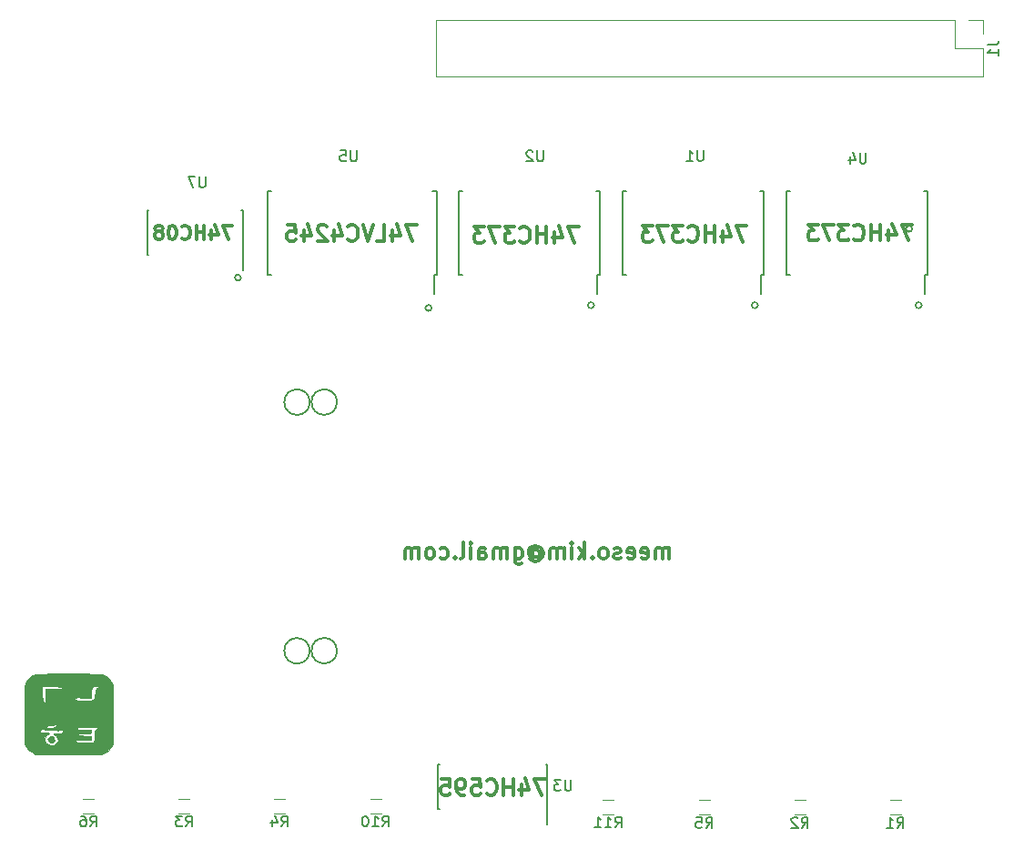
<source format=gbr>
G04 #@! TF.FileFunction,Legend,Bot*
%FSLAX46Y46*%
G04 Gerber Fmt 4.6, Leading zero omitted, Abs format (unit mm)*
G04 Created by KiCad (PCBNEW 4.0.7) date 01/02/19 02:11:48*
%MOMM*%
%LPD*%
G01*
G04 APERTURE LIST*
%ADD10C,0.100000*%
%ADD11C,0.300000*%
%ADD12C,0.200000*%
%ADD13C,0.370000*%
%ADD14C,0.120000*%
%ADD15C,0.150000*%
%ADD16C,0.010000*%
G04 APERTURE END LIST*
D10*
D11*
X166182856Y-124984771D02*
X165182856Y-124984771D01*
X165825713Y-126484771D01*
X163968571Y-125484771D02*
X163968571Y-126484771D01*
X164325714Y-124913343D02*
X164682857Y-125984771D01*
X163754285Y-125984771D01*
X163182857Y-126484771D02*
X163182857Y-124984771D01*
X163182857Y-125699057D02*
X162325714Y-125699057D01*
X162325714Y-126484771D02*
X162325714Y-124984771D01*
X160754285Y-126341914D02*
X160825714Y-126413343D01*
X161040000Y-126484771D01*
X161182857Y-126484771D01*
X161397142Y-126413343D01*
X161540000Y-126270486D01*
X161611428Y-126127629D01*
X161682857Y-125841914D01*
X161682857Y-125627629D01*
X161611428Y-125341914D01*
X161540000Y-125199057D01*
X161397142Y-125056200D01*
X161182857Y-124984771D01*
X161040000Y-124984771D01*
X160825714Y-125056200D01*
X160754285Y-125127629D01*
X159397142Y-124984771D02*
X160111428Y-124984771D01*
X160182857Y-125699057D01*
X160111428Y-125627629D01*
X159968571Y-125556200D01*
X159611428Y-125556200D01*
X159468571Y-125627629D01*
X159397142Y-125699057D01*
X159325714Y-125841914D01*
X159325714Y-126199057D01*
X159397142Y-126341914D01*
X159468571Y-126413343D01*
X159611428Y-126484771D01*
X159968571Y-126484771D01*
X160111428Y-126413343D01*
X160182857Y-126341914D01*
X158611429Y-126484771D02*
X158325714Y-126484771D01*
X158182857Y-126413343D01*
X158111429Y-126341914D01*
X157968571Y-126127629D01*
X157897143Y-125841914D01*
X157897143Y-125270486D01*
X157968571Y-125127629D01*
X158040000Y-125056200D01*
X158182857Y-124984771D01*
X158468571Y-124984771D01*
X158611429Y-125056200D01*
X158682857Y-125127629D01*
X158754286Y-125270486D01*
X158754286Y-125627629D01*
X158682857Y-125770486D01*
X158611429Y-125841914D01*
X158468571Y-125913343D01*
X158182857Y-125913343D01*
X158040000Y-125841914D01*
X157968571Y-125770486D01*
X157897143Y-125627629D01*
X156540000Y-124984771D02*
X157254286Y-124984771D01*
X157325715Y-125699057D01*
X157254286Y-125627629D01*
X157111429Y-125556200D01*
X156754286Y-125556200D01*
X156611429Y-125627629D01*
X156540000Y-125699057D01*
X156468572Y-125841914D01*
X156468572Y-126199057D01*
X156540000Y-126341914D01*
X156611429Y-126413343D01*
X156754286Y-126484771D01*
X157111429Y-126484771D01*
X157254286Y-126413343D01*
X157325715Y-126341914D01*
X200333156Y-73384671D02*
X199333156Y-73384671D01*
X199976013Y-74884671D01*
X198118871Y-73884671D02*
X198118871Y-74884671D01*
X198476014Y-73313243D02*
X198833157Y-74384671D01*
X197904585Y-74384671D01*
X197333157Y-74884671D02*
X197333157Y-73384671D01*
X197333157Y-74098957D02*
X196476014Y-74098957D01*
X196476014Y-74884671D02*
X196476014Y-73384671D01*
X194904585Y-74741814D02*
X194976014Y-74813243D01*
X195190300Y-74884671D01*
X195333157Y-74884671D01*
X195547442Y-74813243D01*
X195690300Y-74670386D01*
X195761728Y-74527529D01*
X195833157Y-74241814D01*
X195833157Y-74027529D01*
X195761728Y-73741814D01*
X195690300Y-73598957D01*
X195547442Y-73456100D01*
X195333157Y-73384671D01*
X195190300Y-73384671D01*
X194976014Y-73456100D01*
X194904585Y-73527529D01*
X194404585Y-73384671D02*
X193476014Y-73384671D01*
X193976014Y-73956100D01*
X193761728Y-73956100D01*
X193618871Y-74027529D01*
X193547442Y-74098957D01*
X193476014Y-74241814D01*
X193476014Y-74598957D01*
X193547442Y-74741814D01*
X193618871Y-74813243D01*
X193761728Y-74884671D01*
X194190300Y-74884671D01*
X194333157Y-74813243D01*
X194404585Y-74741814D01*
X192976014Y-73384671D02*
X191976014Y-73384671D01*
X192618871Y-74884671D01*
X191547443Y-73384671D02*
X190618872Y-73384671D01*
X191118872Y-73956100D01*
X190904586Y-73956100D01*
X190761729Y-74027529D01*
X190690300Y-74098957D01*
X190618872Y-74241814D01*
X190618872Y-74598957D01*
X190690300Y-74741814D01*
X190761729Y-74813243D01*
X190904586Y-74884671D01*
X191333158Y-74884671D01*
X191476015Y-74813243D01*
X191547443Y-74741814D01*
D12*
X146806798Y-113042700D02*
G75*
G03X146806798Y-113042700I-1184849J0D01*
G01*
X144275749Y-113051651D02*
G75*
G03X144275749Y-113051651I-1184849J0D01*
G01*
X146806798Y-89912251D02*
G75*
G03X146806798Y-89912251I-1184849J0D01*
G01*
X144275749Y-89916000D02*
G75*
G03X144275749Y-89916000I-1184849J0D01*
G01*
X137875781Y-78333600D02*
G75*
G03X137875781Y-78333600I-283981J0D01*
G01*
X185957981Y-80899000D02*
G75*
G03X185957981Y-80899000I-283981J0D01*
G01*
X170717981Y-80899000D02*
G75*
G03X170717981Y-80899000I-283981J0D01*
G01*
X201197981Y-80899000D02*
G75*
G03X201197981Y-80899000I-283981J0D01*
G01*
D11*
X177703214Y-104501071D02*
X177703214Y-103501071D01*
X177703214Y-103643929D02*
X177631786Y-103572500D01*
X177488928Y-103501071D01*
X177274643Y-103501071D01*
X177131786Y-103572500D01*
X177060357Y-103715357D01*
X177060357Y-104501071D01*
X177060357Y-103715357D02*
X176988928Y-103572500D01*
X176846071Y-103501071D01*
X176631786Y-103501071D01*
X176488928Y-103572500D01*
X176417500Y-103715357D01*
X176417500Y-104501071D01*
X175131786Y-104429643D02*
X175274643Y-104501071D01*
X175560357Y-104501071D01*
X175703214Y-104429643D01*
X175774643Y-104286786D01*
X175774643Y-103715357D01*
X175703214Y-103572500D01*
X175560357Y-103501071D01*
X175274643Y-103501071D01*
X175131786Y-103572500D01*
X175060357Y-103715357D01*
X175060357Y-103858214D01*
X175774643Y-104001071D01*
X173846072Y-104429643D02*
X173988929Y-104501071D01*
X174274643Y-104501071D01*
X174417500Y-104429643D01*
X174488929Y-104286786D01*
X174488929Y-103715357D01*
X174417500Y-103572500D01*
X174274643Y-103501071D01*
X173988929Y-103501071D01*
X173846072Y-103572500D01*
X173774643Y-103715357D01*
X173774643Y-103858214D01*
X174488929Y-104001071D01*
X173203215Y-104429643D02*
X173060358Y-104501071D01*
X172774643Y-104501071D01*
X172631786Y-104429643D01*
X172560358Y-104286786D01*
X172560358Y-104215357D01*
X172631786Y-104072500D01*
X172774643Y-104001071D01*
X172988929Y-104001071D01*
X173131786Y-103929643D01*
X173203215Y-103786786D01*
X173203215Y-103715357D01*
X173131786Y-103572500D01*
X172988929Y-103501071D01*
X172774643Y-103501071D01*
X172631786Y-103572500D01*
X171703214Y-104501071D02*
X171846072Y-104429643D01*
X171917500Y-104358214D01*
X171988929Y-104215357D01*
X171988929Y-103786786D01*
X171917500Y-103643929D01*
X171846072Y-103572500D01*
X171703214Y-103501071D01*
X171488929Y-103501071D01*
X171346072Y-103572500D01*
X171274643Y-103643929D01*
X171203214Y-103786786D01*
X171203214Y-104215357D01*
X171274643Y-104358214D01*
X171346072Y-104429643D01*
X171488929Y-104501071D01*
X171703214Y-104501071D01*
X170560357Y-104358214D02*
X170488929Y-104429643D01*
X170560357Y-104501071D01*
X170631786Y-104429643D01*
X170560357Y-104358214D01*
X170560357Y-104501071D01*
X169846071Y-104501071D02*
X169846071Y-103001071D01*
X169703214Y-103929643D02*
X169274643Y-104501071D01*
X169274643Y-103501071D02*
X169846071Y-104072500D01*
X168631785Y-104501071D02*
X168631785Y-103501071D01*
X168631785Y-103001071D02*
X168703214Y-103072500D01*
X168631785Y-103143929D01*
X168560357Y-103072500D01*
X168631785Y-103001071D01*
X168631785Y-103143929D01*
X167917499Y-104501071D02*
X167917499Y-103501071D01*
X167917499Y-103643929D02*
X167846071Y-103572500D01*
X167703213Y-103501071D01*
X167488928Y-103501071D01*
X167346071Y-103572500D01*
X167274642Y-103715357D01*
X167274642Y-104501071D01*
X167274642Y-103715357D02*
X167203213Y-103572500D01*
X167060356Y-103501071D01*
X166846071Y-103501071D01*
X166703213Y-103572500D01*
X166631785Y-103715357D01*
X166631785Y-104501071D01*
X164988928Y-103786786D02*
X165060356Y-103715357D01*
X165203213Y-103643929D01*
X165346071Y-103643929D01*
X165488928Y-103715357D01*
X165560356Y-103786786D01*
X165631785Y-103929643D01*
X165631785Y-104072500D01*
X165560356Y-104215357D01*
X165488928Y-104286786D01*
X165346071Y-104358214D01*
X165203213Y-104358214D01*
X165060356Y-104286786D01*
X164988928Y-104215357D01*
X164988928Y-103643929D02*
X164988928Y-104215357D01*
X164917499Y-104286786D01*
X164846071Y-104286786D01*
X164703213Y-104215357D01*
X164631785Y-104072500D01*
X164631785Y-103715357D01*
X164774642Y-103501071D01*
X164988928Y-103358214D01*
X165274642Y-103286786D01*
X165560356Y-103358214D01*
X165774642Y-103501071D01*
X165917499Y-103715357D01*
X165988928Y-104001071D01*
X165917499Y-104286786D01*
X165774642Y-104501071D01*
X165560356Y-104643929D01*
X165274642Y-104715357D01*
X164988928Y-104643929D01*
X164774642Y-104501071D01*
X163346071Y-103501071D02*
X163346071Y-104715357D01*
X163417500Y-104858214D01*
X163488928Y-104929643D01*
X163631785Y-105001071D01*
X163846071Y-105001071D01*
X163988928Y-104929643D01*
X163346071Y-104429643D02*
X163488928Y-104501071D01*
X163774642Y-104501071D01*
X163917500Y-104429643D01*
X163988928Y-104358214D01*
X164060357Y-104215357D01*
X164060357Y-103786786D01*
X163988928Y-103643929D01*
X163917500Y-103572500D01*
X163774642Y-103501071D01*
X163488928Y-103501071D01*
X163346071Y-103572500D01*
X162631785Y-104501071D02*
X162631785Y-103501071D01*
X162631785Y-103643929D02*
X162560357Y-103572500D01*
X162417499Y-103501071D01*
X162203214Y-103501071D01*
X162060357Y-103572500D01*
X161988928Y-103715357D01*
X161988928Y-104501071D01*
X161988928Y-103715357D02*
X161917499Y-103572500D01*
X161774642Y-103501071D01*
X161560357Y-103501071D01*
X161417499Y-103572500D01*
X161346071Y-103715357D01*
X161346071Y-104501071D01*
X159988928Y-104501071D02*
X159988928Y-103715357D01*
X160060357Y-103572500D01*
X160203214Y-103501071D01*
X160488928Y-103501071D01*
X160631785Y-103572500D01*
X159988928Y-104429643D02*
X160131785Y-104501071D01*
X160488928Y-104501071D01*
X160631785Y-104429643D01*
X160703214Y-104286786D01*
X160703214Y-104143929D01*
X160631785Y-104001071D01*
X160488928Y-103929643D01*
X160131785Y-103929643D01*
X159988928Y-103858214D01*
X159274642Y-104501071D02*
X159274642Y-103501071D01*
X159274642Y-103001071D02*
X159346071Y-103072500D01*
X159274642Y-103143929D01*
X159203214Y-103072500D01*
X159274642Y-103001071D01*
X159274642Y-103143929D01*
X158346070Y-104501071D02*
X158488928Y-104429643D01*
X158560356Y-104286786D01*
X158560356Y-103001071D01*
X157774642Y-104358214D02*
X157703214Y-104429643D01*
X157774642Y-104501071D01*
X157846071Y-104429643D01*
X157774642Y-104358214D01*
X157774642Y-104501071D01*
X156417499Y-104429643D02*
X156560356Y-104501071D01*
X156846070Y-104501071D01*
X156988928Y-104429643D01*
X157060356Y-104358214D01*
X157131785Y-104215357D01*
X157131785Y-103786786D01*
X157060356Y-103643929D01*
X156988928Y-103572500D01*
X156846070Y-103501071D01*
X156560356Y-103501071D01*
X156417499Y-103572500D01*
X155560356Y-104501071D02*
X155703214Y-104429643D01*
X155774642Y-104358214D01*
X155846071Y-104215357D01*
X155846071Y-103786786D01*
X155774642Y-103643929D01*
X155703214Y-103572500D01*
X155560356Y-103501071D01*
X155346071Y-103501071D01*
X155203214Y-103572500D01*
X155131785Y-103643929D01*
X155060356Y-103786786D01*
X155060356Y-104215357D01*
X155131785Y-104358214D01*
X155203214Y-104429643D01*
X155346071Y-104501071D01*
X155560356Y-104501071D01*
X154417499Y-104501071D02*
X154417499Y-103501071D01*
X154417499Y-103643929D02*
X154346071Y-103572500D01*
X154203213Y-103501071D01*
X153988928Y-103501071D01*
X153846071Y-103572500D01*
X153774642Y-103715357D01*
X153774642Y-104501071D01*
X153774642Y-103715357D02*
X153703213Y-103572500D01*
X153560356Y-103501071D01*
X153346071Y-103501071D01*
X153203213Y-103572500D01*
X153131785Y-103715357D01*
X153131785Y-104501071D01*
D12*
X200308981Y-73787000D02*
G75*
G03X200308981Y-73787000I-283981J0D01*
G01*
D11*
X169268956Y-73587871D02*
X168268956Y-73587871D01*
X168911813Y-75087871D01*
X167054671Y-74087871D02*
X167054671Y-75087871D01*
X167411814Y-73516443D02*
X167768957Y-74587871D01*
X166840385Y-74587871D01*
X166268957Y-75087871D02*
X166268957Y-73587871D01*
X166268957Y-74302157D02*
X165411814Y-74302157D01*
X165411814Y-75087871D02*
X165411814Y-73587871D01*
X163840385Y-74945014D02*
X163911814Y-75016443D01*
X164126100Y-75087871D01*
X164268957Y-75087871D01*
X164483242Y-75016443D01*
X164626100Y-74873586D01*
X164697528Y-74730729D01*
X164768957Y-74445014D01*
X164768957Y-74230729D01*
X164697528Y-73945014D01*
X164626100Y-73802157D01*
X164483242Y-73659300D01*
X164268957Y-73587871D01*
X164126100Y-73587871D01*
X163911814Y-73659300D01*
X163840385Y-73730729D01*
X163340385Y-73587871D02*
X162411814Y-73587871D01*
X162911814Y-74159300D01*
X162697528Y-74159300D01*
X162554671Y-74230729D01*
X162483242Y-74302157D01*
X162411814Y-74445014D01*
X162411814Y-74802157D01*
X162483242Y-74945014D01*
X162554671Y-75016443D01*
X162697528Y-75087871D01*
X163126100Y-75087871D01*
X163268957Y-75016443D01*
X163340385Y-74945014D01*
X161911814Y-73587871D02*
X160911814Y-73587871D01*
X161554671Y-75087871D01*
X160483243Y-73587871D02*
X159554672Y-73587871D01*
X160054672Y-74159300D01*
X159840386Y-74159300D01*
X159697529Y-74230729D01*
X159626100Y-74302157D01*
X159554672Y-74445014D01*
X159554672Y-74802157D01*
X159626100Y-74945014D01*
X159697529Y-75016443D01*
X159840386Y-75087871D01*
X160268958Y-75087871D01*
X160411815Y-75016443D01*
X160483243Y-74945014D01*
D13*
X154204227Y-73435471D02*
X153204227Y-73435471D01*
X153847084Y-74935471D01*
X151989942Y-73935471D02*
X151989942Y-74935471D01*
X152347085Y-73364043D02*
X152704228Y-74435471D01*
X151775656Y-74435471D01*
X150489942Y-74935471D02*
X151204228Y-74935471D01*
X151204228Y-73435471D01*
X150204228Y-73435471D02*
X149704228Y-74935471D01*
X149204228Y-73435471D01*
X147847085Y-74792614D02*
X147918514Y-74864043D01*
X148132800Y-74935471D01*
X148275657Y-74935471D01*
X148489942Y-74864043D01*
X148632800Y-74721186D01*
X148704228Y-74578329D01*
X148775657Y-74292614D01*
X148775657Y-74078329D01*
X148704228Y-73792614D01*
X148632800Y-73649757D01*
X148489942Y-73506900D01*
X148275657Y-73435471D01*
X148132800Y-73435471D01*
X147918514Y-73506900D01*
X147847085Y-73578329D01*
X146561371Y-73935471D02*
X146561371Y-74935471D01*
X146918514Y-73364043D02*
X147275657Y-74435471D01*
X146347085Y-74435471D01*
X145847086Y-73578329D02*
X145775657Y-73506900D01*
X145632800Y-73435471D01*
X145275657Y-73435471D01*
X145132800Y-73506900D01*
X145061371Y-73578329D01*
X144989943Y-73721186D01*
X144989943Y-73864043D01*
X145061371Y-74078329D01*
X145918514Y-74935471D01*
X144989943Y-74935471D01*
X143704229Y-73935471D02*
X143704229Y-74935471D01*
X144061372Y-73364043D02*
X144418515Y-74435471D01*
X143489943Y-74435471D01*
X142204229Y-73435471D02*
X142918515Y-73435471D01*
X142989944Y-74149757D01*
X142918515Y-74078329D01*
X142775658Y-74006900D01*
X142418515Y-74006900D01*
X142275658Y-74078329D01*
X142204229Y-74149757D01*
X142132801Y-74292614D01*
X142132801Y-74649757D01*
X142204229Y-74792614D01*
X142275658Y-74864043D01*
X142418515Y-74935471D01*
X142775658Y-74935471D01*
X142918515Y-74864043D01*
X142989944Y-74792614D01*
D11*
X137060328Y-73481495D02*
X136193661Y-73481495D01*
X136750804Y-74781495D01*
X135141280Y-73914829D02*
X135141280Y-74781495D01*
X135450804Y-73419590D02*
X135760328Y-74348162D01*
X134955566Y-74348162D01*
X134460328Y-74781495D02*
X134460328Y-73481495D01*
X134460328Y-74100543D02*
X133717471Y-74100543D01*
X133717471Y-74781495D02*
X133717471Y-73481495D01*
X132355566Y-74657686D02*
X132417471Y-74719590D01*
X132603185Y-74781495D01*
X132726995Y-74781495D01*
X132912709Y-74719590D01*
X133036518Y-74595781D01*
X133098423Y-74471971D01*
X133160328Y-74224352D01*
X133160328Y-74038638D01*
X133098423Y-73791019D01*
X133036518Y-73667210D01*
X132912709Y-73543400D01*
X132726995Y-73481495D01*
X132603185Y-73481495D01*
X132417471Y-73543400D01*
X132355566Y-73605305D01*
X131550804Y-73481495D02*
X131426995Y-73481495D01*
X131303185Y-73543400D01*
X131241280Y-73605305D01*
X131179376Y-73729114D01*
X131117471Y-73976733D01*
X131117471Y-74286257D01*
X131179376Y-74533876D01*
X131241280Y-74657686D01*
X131303185Y-74719590D01*
X131426995Y-74781495D01*
X131550804Y-74781495D01*
X131674614Y-74719590D01*
X131736518Y-74657686D01*
X131798423Y-74533876D01*
X131860328Y-74286257D01*
X131860328Y-73976733D01*
X131798423Y-73729114D01*
X131736518Y-73605305D01*
X131674614Y-73543400D01*
X131550804Y-73481495D01*
X130374614Y-74038638D02*
X130498423Y-73976733D01*
X130560328Y-73914829D01*
X130622233Y-73791019D01*
X130622233Y-73729114D01*
X130560328Y-73605305D01*
X130498423Y-73543400D01*
X130374614Y-73481495D01*
X130126995Y-73481495D01*
X130003185Y-73543400D01*
X129941281Y-73605305D01*
X129879376Y-73729114D01*
X129879376Y-73791019D01*
X129941281Y-73914829D01*
X130003185Y-73976733D01*
X130126995Y-74038638D01*
X130374614Y-74038638D01*
X130498423Y-74100543D01*
X130560328Y-74162448D01*
X130622233Y-74286257D01*
X130622233Y-74533876D01*
X130560328Y-74657686D01*
X130498423Y-74719590D01*
X130374614Y-74781495D01*
X130126995Y-74781495D01*
X130003185Y-74719590D01*
X129941281Y-74657686D01*
X129879376Y-74533876D01*
X129879376Y-74286257D01*
X129941281Y-74162448D01*
X130003185Y-74100543D01*
X130126995Y-74038638D01*
X184928056Y-73486271D02*
X183928056Y-73486271D01*
X184570913Y-74986271D01*
X182713771Y-73986271D02*
X182713771Y-74986271D01*
X183070914Y-73414843D02*
X183428057Y-74486271D01*
X182499485Y-74486271D01*
X181928057Y-74986271D02*
X181928057Y-73486271D01*
X181928057Y-74200557D02*
X181070914Y-74200557D01*
X181070914Y-74986271D02*
X181070914Y-73486271D01*
X179499485Y-74843414D02*
X179570914Y-74914843D01*
X179785200Y-74986271D01*
X179928057Y-74986271D01*
X180142342Y-74914843D01*
X180285200Y-74771986D01*
X180356628Y-74629129D01*
X180428057Y-74343414D01*
X180428057Y-74129129D01*
X180356628Y-73843414D01*
X180285200Y-73700557D01*
X180142342Y-73557700D01*
X179928057Y-73486271D01*
X179785200Y-73486271D01*
X179570914Y-73557700D01*
X179499485Y-73629129D01*
X178999485Y-73486271D02*
X178070914Y-73486271D01*
X178570914Y-74057700D01*
X178356628Y-74057700D01*
X178213771Y-74129129D01*
X178142342Y-74200557D01*
X178070914Y-74343414D01*
X178070914Y-74700557D01*
X178142342Y-74843414D01*
X178213771Y-74914843D01*
X178356628Y-74986271D01*
X178785200Y-74986271D01*
X178928057Y-74914843D01*
X178999485Y-74843414D01*
X177570914Y-73486271D02*
X176570914Y-73486271D01*
X177213771Y-74986271D01*
X176142343Y-73486271D02*
X175213772Y-73486271D01*
X175713772Y-74057700D01*
X175499486Y-74057700D01*
X175356629Y-74129129D01*
X175285200Y-74200557D01*
X175213772Y-74343414D01*
X175213772Y-74700557D01*
X175285200Y-74843414D01*
X175356629Y-74914843D01*
X175499486Y-74986271D01*
X175928058Y-74986271D01*
X176070915Y-74914843D01*
X176142343Y-74843414D01*
D12*
X155604981Y-81153000D02*
G75*
G03X155604981Y-81153000I-283981J0D01*
G01*
D14*
X204302000Y-54397600D02*
X155982000Y-54397600D01*
X155982000Y-54397600D02*
X155982000Y-59597600D01*
X155982000Y-59597600D02*
X206902000Y-59597600D01*
X206902000Y-59597600D02*
X206902000Y-56997600D01*
X206902000Y-56997600D02*
X204302000Y-56997600D01*
X204302000Y-56997600D02*
X204302000Y-54397600D01*
X205572000Y-54397600D02*
X206902000Y-54397600D01*
X206902000Y-54397600D02*
X206902000Y-55667600D01*
X199255000Y-126955000D02*
X198255000Y-126955000D01*
X198255000Y-128315000D02*
X199255000Y-128315000D01*
X190365000Y-126955000D02*
X189365000Y-126955000D01*
X189365000Y-128315000D02*
X190365000Y-128315000D01*
X133088000Y-126828000D02*
X132088000Y-126828000D01*
X132088000Y-128188000D02*
X133088000Y-128188000D01*
X141978000Y-126828000D02*
X140978000Y-126828000D01*
X140978000Y-128188000D02*
X141978000Y-128188000D01*
X181466000Y-126950000D02*
X180466000Y-126950000D01*
X180466000Y-128310000D02*
X181466000Y-128310000D01*
X124198000Y-126828000D02*
X123198000Y-126828000D01*
X123198000Y-128188000D02*
X124198000Y-128188000D01*
D15*
X186534000Y-78043000D02*
X186284000Y-78043000D01*
X186534000Y-70293000D02*
X186199000Y-70293000D01*
X173384000Y-70293000D02*
X173719000Y-70293000D01*
X173384000Y-78043000D02*
X173719000Y-78043000D01*
X186534000Y-78043000D02*
X186534000Y-70293000D01*
X173384000Y-78043000D02*
X173384000Y-70293000D01*
X186284000Y-78043000D02*
X186284000Y-79843000D01*
X171294000Y-78043000D02*
X171044000Y-78043000D01*
X171294000Y-70293000D02*
X170959000Y-70293000D01*
X158144000Y-70293000D02*
X158479000Y-70293000D01*
X158144000Y-78043000D02*
X158479000Y-78043000D01*
X171294000Y-78043000D02*
X171294000Y-70293000D01*
X158144000Y-78043000D02*
X158144000Y-70293000D01*
X171044000Y-78043000D02*
X171044000Y-79843000D01*
X201774000Y-78043000D02*
X201524000Y-78043000D01*
X201774000Y-70293000D02*
X201439000Y-70293000D01*
X188624000Y-70293000D02*
X188959000Y-70293000D01*
X188624000Y-78043000D02*
X188959000Y-78043000D01*
X201774000Y-78043000D02*
X201774000Y-70293000D01*
X188624000Y-78043000D02*
X188624000Y-70293000D01*
X201524000Y-78043000D02*
X201524000Y-79843000D01*
X156084000Y-78043000D02*
X155809000Y-78043000D01*
X156084000Y-70293000D02*
X155719000Y-70293000D01*
X140334000Y-70293000D02*
X140699000Y-70293000D01*
X140334000Y-78043000D02*
X140699000Y-78043000D01*
X156084000Y-78043000D02*
X156084000Y-70293000D01*
X140334000Y-78043000D02*
X140334000Y-70293000D01*
X155809000Y-78043000D02*
X155809000Y-79868000D01*
X138054000Y-76243000D02*
X138029000Y-76243000D01*
X138054000Y-72093000D02*
X137939000Y-72093000D01*
X129154000Y-72093000D02*
X129269000Y-72093000D01*
X129154000Y-76243000D02*
X129269000Y-76243000D01*
X138054000Y-76243000D02*
X138054000Y-72093000D01*
X129154000Y-76243000D02*
X129154000Y-72093000D01*
X138029000Y-76243000D02*
X138029000Y-77618000D01*
X166365000Y-127805000D02*
X166340000Y-127805000D01*
X166365000Y-123655000D02*
X166260000Y-123655000D01*
X156215000Y-123655000D02*
X156320000Y-123655000D01*
X156215000Y-127805000D02*
X156320000Y-127805000D01*
X166365000Y-127805000D02*
X166365000Y-123655000D01*
X156215000Y-127805000D02*
X156215000Y-123655000D01*
X166340000Y-127805000D02*
X166340000Y-129180000D01*
D16*
G36*
X121126190Y-115191863D02*
X120511422Y-115192992D01*
X120000740Y-115196537D01*
X119582687Y-115203860D01*
X119245807Y-115216322D01*
X118978643Y-115235284D01*
X118769737Y-115262106D01*
X118607634Y-115298150D01*
X118480876Y-115344777D01*
X118378006Y-115403349D01*
X118287568Y-115475225D01*
X118198106Y-115561769D01*
X118126939Y-115634876D01*
X118033444Y-115733284D01*
X117955674Y-115827278D01*
X117892268Y-115928992D01*
X117841866Y-116050563D01*
X117803107Y-116204125D01*
X117774630Y-116401815D01*
X117755074Y-116655767D01*
X117743079Y-116978117D01*
X117737284Y-117381001D01*
X117736328Y-117876553D01*
X117738850Y-118476910D01*
X117742604Y-119062500D01*
X117760750Y-121761250D01*
X117940453Y-122026047D01*
X118111358Y-122231350D01*
X118320301Y-122422951D01*
X118384953Y-122470547D01*
X118649750Y-122650250D01*
X121766599Y-122667836D01*
X124883447Y-122685422D01*
X125226368Y-122506278D01*
X125506847Y-122322580D01*
X125714775Y-122088201D01*
X125760770Y-122017521D01*
X125952250Y-121707909D01*
X125963225Y-120220551D01*
X124516711Y-120220551D01*
X124489951Y-120272969D01*
X124396500Y-120332500D01*
X124331777Y-120382829D01*
X124293419Y-120467690D01*
X124274868Y-120616490D01*
X124269560Y-120858632D01*
X124269500Y-120901698D01*
X124265694Y-121169946D01*
X124241698Y-121359177D01*
X124178649Y-121483176D01*
X124057685Y-121555726D01*
X123859940Y-121590613D01*
X123566551Y-121601620D01*
X123310472Y-121602500D01*
X122978667Y-121599828D01*
X122753248Y-121590131D01*
X122613680Y-121570884D01*
X122539431Y-121539563D01*
X122513413Y-121504511D01*
X122500860Y-121398265D01*
X122515069Y-121367264D01*
X122590849Y-121352576D01*
X122766003Y-121342960D01*
X123012971Y-121339373D01*
X123253164Y-121341667D01*
X123952000Y-121355328D01*
X123952000Y-120972265D01*
X123365351Y-120954007D01*
X123084099Y-120941993D01*
X122906049Y-120923787D01*
X122807411Y-120894325D01*
X122764391Y-120848543D01*
X122757445Y-120824625D01*
X122759689Y-120772998D01*
X122805096Y-120740277D01*
X122915829Y-120722263D01*
X123114050Y-120714758D01*
X123344094Y-120713500D01*
X123624848Y-120712419D01*
X123802300Y-120705050D01*
X123900147Y-120685205D01*
X123942088Y-120646696D01*
X123951819Y-120583334D01*
X123952000Y-120554750D01*
X123951611Y-120547489D01*
X121327588Y-120547489D01*
X121230390Y-120655570D01*
X121111239Y-120722351D01*
X120948659Y-120746818D01*
X120728161Y-120738187D01*
X120530697Y-120725449D01*
X120442027Y-120731339D01*
X120444822Y-120759598D01*
X120485678Y-120790525D01*
X120713651Y-120991988D01*
X120832964Y-121207403D01*
X120839617Y-121420609D01*
X120729610Y-121615444D01*
X120697625Y-121646848D01*
X120470140Y-121804406D01*
X120239358Y-121849003D01*
X119971028Y-121786083D01*
X119928650Y-121769060D01*
X119723277Y-121627992D01*
X119617589Y-121437261D01*
X119611327Y-121225567D01*
X119704230Y-121021606D01*
X119896041Y-120854077D01*
X119937111Y-120831960D01*
X120056781Y-120756028D01*
X120063287Y-120701908D01*
X119952916Y-120667768D01*
X119721959Y-120651772D01*
X119569055Y-120650000D01*
X119307350Y-120632623D01*
X119167079Y-120580643D01*
X119148587Y-120494286D01*
X119207186Y-120414600D01*
X119265183Y-120372876D01*
X119351756Y-120351627D01*
X119492205Y-120350303D01*
X119711833Y-120368359D01*
X119975037Y-120397985D01*
X120293518Y-120428436D01*
X120602402Y-120445429D01*
X120856943Y-120447066D01*
X120964069Y-120439993D01*
X121192436Y-120431547D01*
X121315628Y-120469014D01*
X121327588Y-120547489D01*
X123951611Y-120547489D01*
X123948136Y-120482707D01*
X123921085Y-120436619D01*
X123847659Y-120410686D01*
X123704673Y-120399114D01*
X123468940Y-120396105D01*
X123317000Y-120396000D01*
X123027988Y-120394256D01*
X122842974Y-120385962D01*
X122738971Y-120366520D01*
X122692993Y-120331332D01*
X122682052Y-120275801D01*
X122682000Y-120269000D01*
X122688413Y-120219483D01*
X122720439Y-120184838D01*
X122797261Y-120162418D01*
X122938064Y-120149576D01*
X123162030Y-120143667D01*
X123488344Y-120142046D01*
X123602750Y-120142000D01*
X124000855Y-120145921D01*
X124280396Y-120159003D01*
X124449604Y-120183221D01*
X124516711Y-120220551D01*
X125963225Y-120220551D01*
X125964979Y-119982741D01*
X120714537Y-119982741D01*
X120663641Y-120087358D01*
X120572371Y-120170149D01*
X120398268Y-120240355D01*
X120178100Y-120266373D01*
X119975186Y-120244392D01*
X119894622Y-120210936D01*
X119821211Y-120122094D01*
X119855376Y-120036797D01*
X119978574Y-119973521D01*
X120155883Y-119950632D01*
X120363593Y-119941117D01*
X120539439Y-119918586D01*
X120570625Y-119911476D01*
X120683463Y-119913841D01*
X120714537Y-119982741D01*
X125964979Y-119982741D01*
X125971733Y-119067579D01*
X125975782Y-118299761D01*
X125975626Y-117655351D01*
X125971204Y-117130822D01*
X125962453Y-116722650D01*
X125949309Y-116427309D01*
X125946964Y-116402517D01*
X124582275Y-116402517D01*
X124532452Y-116477774D01*
X124467260Y-116518615D01*
X124398993Y-116581757D01*
X124356175Y-116701058D01*
X124330360Y-116905883D01*
X124322749Y-117021060D01*
X124305837Y-117262505D01*
X124274042Y-117434569D01*
X124208300Y-117549003D01*
X124089550Y-117617561D01*
X123898729Y-117651995D01*
X123616775Y-117664057D01*
X123277475Y-117665500D01*
X122934461Y-117664359D01*
X122698546Y-117659033D01*
X122549839Y-117646667D01*
X122468446Y-117624403D01*
X122434474Y-117589387D01*
X122428000Y-117543545D01*
X122482892Y-117439655D01*
X122622458Y-117379383D01*
X122809036Y-117372246D01*
X122960853Y-117408877D01*
X123117350Y-117444196D01*
X123345357Y-117468187D01*
X123543384Y-117475000D01*
X123952000Y-117475000D01*
X123952000Y-117026325D01*
X123961882Y-116717170D01*
X123999026Y-116513621D01*
X124074682Y-116395297D01*
X124076914Y-116394345D01*
X121348500Y-116394345D01*
X121328482Y-116432776D01*
X121236952Y-116518961D01*
X121226943Y-116527363D01*
X121148741Y-116583476D01*
X121059181Y-116617560D01*
X120930635Y-116632376D01*
X120735475Y-116630686D01*
X120446072Y-116615252D01*
X120385568Y-116611463D01*
X119697500Y-116567924D01*
X119697500Y-117211962D01*
X119694525Y-117509696D01*
X119683490Y-117701555D01*
X119661234Y-117808566D01*
X119624596Y-117851759D01*
X119600679Y-117856000D01*
X119509055Y-117802827D01*
X119441929Y-117693116D01*
X119414162Y-117557551D01*
X119392835Y-117334399D01*
X119381208Y-117063031D01*
X119380000Y-116944911D01*
X119380000Y-116359590D01*
X120348375Y-116374278D01*
X120685892Y-116379702D01*
X120976448Y-116384950D01*
X121197315Y-116389565D01*
X121325764Y-116393091D01*
X121348500Y-116394345D01*
X124076914Y-116394345D01*
X124200098Y-116341817D01*
X124335235Y-116332000D01*
X124514509Y-116351061D01*
X124582275Y-116402517D01*
X125946964Y-116402517D01*
X125931709Y-116241273D01*
X125920376Y-116185177D01*
X125795126Y-115924108D01*
X125588040Y-115659938D01*
X125336324Y-115433813D01*
X125126750Y-115307469D01*
X125060043Y-115280567D01*
X124980850Y-115258166D01*
X124877640Y-115239858D01*
X124738884Y-115225235D01*
X124553049Y-115213889D01*
X124308607Y-115205412D01*
X123994026Y-115199396D01*
X123597775Y-115195434D01*
X123108324Y-115193118D01*
X122514143Y-115192039D01*
X121856500Y-115191789D01*
X121126190Y-115191863D01*
X121126190Y-115191863D01*
G37*
X121126190Y-115191863D02*
X120511422Y-115192992D01*
X120000740Y-115196537D01*
X119582687Y-115203860D01*
X119245807Y-115216322D01*
X118978643Y-115235284D01*
X118769737Y-115262106D01*
X118607634Y-115298150D01*
X118480876Y-115344777D01*
X118378006Y-115403349D01*
X118287568Y-115475225D01*
X118198106Y-115561769D01*
X118126939Y-115634876D01*
X118033444Y-115733284D01*
X117955674Y-115827278D01*
X117892268Y-115928992D01*
X117841866Y-116050563D01*
X117803107Y-116204125D01*
X117774630Y-116401815D01*
X117755074Y-116655767D01*
X117743079Y-116978117D01*
X117737284Y-117381001D01*
X117736328Y-117876553D01*
X117738850Y-118476910D01*
X117742604Y-119062500D01*
X117760750Y-121761250D01*
X117940453Y-122026047D01*
X118111358Y-122231350D01*
X118320301Y-122422951D01*
X118384953Y-122470547D01*
X118649750Y-122650250D01*
X121766599Y-122667836D01*
X124883447Y-122685422D01*
X125226368Y-122506278D01*
X125506847Y-122322580D01*
X125714775Y-122088201D01*
X125760770Y-122017521D01*
X125952250Y-121707909D01*
X125963225Y-120220551D01*
X124516711Y-120220551D01*
X124489951Y-120272969D01*
X124396500Y-120332500D01*
X124331777Y-120382829D01*
X124293419Y-120467690D01*
X124274868Y-120616490D01*
X124269560Y-120858632D01*
X124269500Y-120901698D01*
X124265694Y-121169946D01*
X124241698Y-121359177D01*
X124178649Y-121483176D01*
X124057685Y-121555726D01*
X123859940Y-121590613D01*
X123566551Y-121601620D01*
X123310472Y-121602500D01*
X122978667Y-121599828D01*
X122753248Y-121590131D01*
X122613680Y-121570884D01*
X122539431Y-121539563D01*
X122513413Y-121504511D01*
X122500860Y-121398265D01*
X122515069Y-121367264D01*
X122590849Y-121352576D01*
X122766003Y-121342960D01*
X123012971Y-121339373D01*
X123253164Y-121341667D01*
X123952000Y-121355328D01*
X123952000Y-120972265D01*
X123365351Y-120954007D01*
X123084099Y-120941993D01*
X122906049Y-120923787D01*
X122807411Y-120894325D01*
X122764391Y-120848543D01*
X122757445Y-120824625D01*
X122759689Y-120772998D01*
X122805096Y-120740277D01*
X122915829Y-120722263D01*
X123114050Y-120714758D01*
X123344094Y-120713500D01*
X123624848Y-120712419D01*
X123802300Y-120705050D01*
X123900147Y-120685205D01*
X123942088Y-120646696D01*
X123951819Y-120583334D01*
X123952000Y-120554750D01*
X123951611Y-120547489D01*
X121327588Y-120547489D01*
X121230390Y-120655570D01*
X121111239Y-120722351D01*
X120948659Y-120746818D01*
X120728161Y-120738187D01*
X120530697Y-120725449D01*
X120442027Y-120731339D01*
X120444822Y-120759598D01*
X120485678Y-120790525D01*
X120713651Y-120991988D01*
X120832964Y-121207403D01*
X120839617Y-121420609D01*
X120729610Y-121615444D01*
X120697625Y-121646848D01*
X120470140Y-121804406D01*
X120239358Y-121849003D01*
X119971028Y-121786083D01*
X119928650Y-121769060D01*
X119723277Y-121627992D01*
X119617589Y-121437261D01*
X119611327Y-121225567D01*
X119704230Y-121021606D01*
X119896041Y-120854077D01*
X119937111Y-120831960D01*
X120056781Y-120756028D01*
X120063287Y-120701908D01*
X119952916Y-120667768D01*
X119721959Y-120651772D01*
X119569055Y-120650000D01*
X119307350Y-120632623D01*
X119167079Y-120580643D01*
X119148587Y-120494286D01*
X119207186Y-120414600D01*
X119265183Y-120372876D01*
X119351756Y-120351627D01*
X119492205Y-120350303D01*
X119711833Y-120368359D01*
X119975037Y-120397985D01*
X120293518Y-120428436D01*
X120602402Y-120445429D01*
X120856943Y-120447066D01*
X120964069Y-120439993D01*
X121192436Y-120431547D01*
X121315628Y-120469014D01*
X121327588Y-120547489D01*
X123951611Y-120547489D01*
X123948136Y-120482707D01*
X123921085Y-120436619D01*
X123847659Y-120410686D01*
X123704673Y-120399114D01*
X123468940Y-120396105D01*
X123317000Y-120396000D01*
X123027988Y-120394256D01*
X122842974Y-120385962D01*
X122738971Y-120366520D01*
X122692993Y-120331332D01*
X122682052Y-120275801D01*
X122682000Y-120269000D01*
X122688413Y-120219483D01*
X122720439Y-120184838D01*
X122797261Y-120162418D01*
X122938064Y-120149576D01*
X123162030Y-120143667D01*
X123488344Y-120142046D01*
X123602750Y-120142000D01*
X124000855Y-120145921D01*
X124280396Y-120159003D01*
X124449604Y-120183221D01*
X124516711Y-120220551D01*
X125963225Y-120220551D01*
X125964979Y-119982741D01*
X120714537Y-119982741D01*
X120663641Y-120087358D01*
X120572371Y-120170149D01*
X120398268Y-120240355D01*
X120178100Y-120266373D01*
X119975186Y-120244392D01*
X119894622Y-120210936D01*
X119821211Y-120122094D01*
X119855376Y-120036797D01*
X119978574Y-119973521D01*
X120155883Y-119950632D01*
X120363593Y-119941117D01*
X120539439Y-119918586D01*
X120570625Y-119911476D01*
X120683463Y-119913841D01*
X120714537Y-119982741D01*
X125964979Y-119982741D01*
X125971733Y-119067579D01*
X125975782Y-118299761D01*
X125975626Y-117655351D01*
X125971204Y-117130822D01*
X125962453Y-116722650D01*
X125949309Y-116427309D01*
X125946964Y-116402517D01*
X124582275Y-116402517D01*
X124532452Y-116477774D01*
X124467260Y-116518615D01*
X124398993Y-116581757D01*
X124356175Y-116701058D01*
X124330360Y-116905883D01*
X124322749Y-117021060D01*
X124305837Y-117262505D01*
X124274042Y-117434569D01*
X124208300Y-117549003D01*
X124089550Y-117617561D01*
X123898729Y-117651995D01*
X123616775Y-117664057D01*
X123277475Y-117665500D01*
X122934461Y-117664359D01*
X122698546Y-117659033D01*
X122549839Y-117646667D01*
X122468446Y-117624403D01*
X122434474Y-117589387D01*
X122428000Y-117543545D01*
X122482892Y-117439655D01*
X122622458Y-117379383D01*
X122809036Y-117372246D01*
X122960853Y-117408877D01*
X123117350Y-117444196D01*
X123345357Y-117468187D01*
X123543384Y-117475000D01*
X123952000Y-117475000D01*
X123952000Y-117026325D01*
X123961882Y-116717170D01*
X123999026Y-116513621D01*
X124074682Y-116395297D01*
X124076914Y-116394345D01*
X121348500Y-116394345D01*
X121328482Y-116432776D01*
X121236952Y-116518961D01*
X121226943Y-116527363D01*
X121148741Y-116583476D01*
X121059181Y-116617560D01*
X120930635Y-116632376D01*
X120735475Y-116630686D01*
X120446072Y-116615252D01*
X120385568Y-116611463D01*
X119697500Y-116567924D01*
X119697500Y-117211962D01*
X119694525Y-117509696D01*
X119683490Y-117701555D01*
X119661234Y-117808566D01*
X119624596Y-117851759D01*
X119600679Y-117856000D01*
X119509055Y-117802827D01*
X119441929Y-117693116D01*
X119414162Y-117557551D01*
X119392835Y-117334399D01*
X119381208Y-117063031D01*
X119380000Y-116944911D01*
X119380000Y-116359590D01*
X120348375Y-116374278D01*
X120685892Y-116379702D01*
X120976448Y-116384950D01*
X121197315Y-116389565D01*
X121325764Y-116393091D01*
X121348500Y-116394345D01*
X124076914Y-116394345D01*
X124200098Y-116341817D01*
X124335235Y-116332000D01*
X124514509Y-116351061D01*
X124582275Y-116402517D01*
X125946964Y-116402517D01*
X125931709Y-116241273D01*
X125920376Y-116185177D01*
X125795126Y-115924108D01*
X125588040Y-115659938D01*
X125336324Y-115433813D01*
X125126750Y-115307469D01*
X125060043Y-115280567D01*
X124980850Y-115258166D01*
X124877640Y-115239858D01*
X124738884Y-115225235D01*
X124553049Y-115213889D01*
X124308607Y-115205412D01*
X123994026Y-115199396D01*
X123597775Y-115195434D01*
X123108324Y-115193118D01*
X122514143Y-115192039D01*
X121856500Y-115191789D01*
X121126190Y-115191863D01*
G36*
X120128136Y-121009393D02*
X120004085Y-121106142D01*
X119909877Y-121214345D01*
X119888000Y-121270870D01*
X119921065Y-121354847D01*
X119986851Y-121461370D01*
X120127555Y-121573639D01*
X120298808Y-121597303D01*
X120446800Y-121526300D01*
X120515502Y-121382056D01*
X120500177Y-121212107D01*
X120418007Y-121061298D01*
X120286171Y-120974475D01*
X120232715Y-120967500D01*
X120128136Y-121009393D01*
X120128136Y-121009393D01*
G37*
X120128136Y-121009393D02*
X120004085Y-121106142D01*
X119909877Y-121214345D01*
X119888000Y-121270870D01*
X119921065Y-121354847D01*
X119986851Y-121461370D01*
X120127555Y-121573639D01*
X120298808Y-121597303D01*
X120446800Y-121526300D01*
X120515502Y-121382056D01*
X120500177Y-121212107D01*
X120418007Y-121061298D01*
X120286171Y-120974475D01*
X120232715Y-120967500D01*
X120128136Y-121009393D01*
D14*
X150911000Y-126828000D02*
X149911000Y-126828000D01*
X149911000Y-128188000D02*
X150911000Y-128188000D01*
X172549000Y-126921000D02*
X171549000Y-126921000D01*
X171549000Y-128281000D02*
X172549000Y-128281000D01*
D15*
X207354381Y-56664267D02*
X208068667Y-56664267D01*
X208211524Y-56616647D01*
X208306762Y-56521409D01*
X208354381Y-56378552D01*
X208354381Y-56283314D01*
X208354381Y-57664267D02*
X208354381Y-57092838D01*
X208354381Y-57378552D02*
X207354381Y-57378552D01*
X207497238Y-57283314D01*
X207592476Y-57188076D01*
X207640095Y-57092838D01*
X198921666Y-129537381D02*
X199255000Y-129061190D01*
X199493095Y-129537381D02*
X199493095Y-128537381D01*
X199112142Y-128537381D01*
X199016904Y-128585000D01*
X198969285Y-128632619D01*
X198921666Y-128727857D01*
X198921666Y-128870714D01*
X198969285Y-128965952D01*
X199016904Y-129013571D01*
X199112142Y-129061190D01*
X199493095Y-129061190D01*
X197969285Y-129537381D02*
X198540714Y-129537381D01*
X198255000Y-129537381D02*
X198255000Y-128537381D01*
X198350238Y-128680238D01*
X198445476Y-128775476D01*
X198540714Y-128823095D01*
X190031666Y-129537381D02*
X190365000Y-129061190D01*
X190603095Y-129537381D02*
X190603095Y-128537381D01*
X190222142Y-128537381D01*
X190126904Y-128585000D01*
X190079285Y-128632619D01*
X190031666Y-128727857D01*
X190031666Y-128870714D01*
X190079285Y-128965952D01*
X190126904Y-129013571D01*
X190222142Y-129061190D01*
X190603095Y-129061190D01*
X189650714Y-128632619D02*
X189603095Y-128585000D01*
X189507857Y-128537381D01*
X189269761Y-128537381D01*
X189174523Y-128585000D01*
X189126904Y-128632619D01*
X189079285Y-128727857D01*
X189079285Y-128823095D01*
X189126904Y-128965952D01*
X189698333Y-129537381D01*
X189079285Y-129537381D01*
X132754666Y-129410381D02*
X133088000Y-128934190D01*
X133326095Y-129410381D02*
X133326095Y-128410381D01*
X132945142Y-128410381D01*
X132849904Y-128458000D01*
X132802285Y-128505619D01*
X132754666Y-128600857D01*
X132754666Y-128743714D01*
X132802285Y-128838952D01*
X132849904Y-128886571D01*
X132945142Y-128934190D01*
X133326095Y-128934190D01*
X132421333Y-128410381D02*
X131802285Y-128410381D01*
X132135619Y-128791333D01*
X131992761Y-128791333D01*
X131897523Y-128838952D01*
X131849904Y-128886571D01*
X131802285Y-128981810D01*
X131802285Y-129219905D01*
X131849904Y-129315143D01*
X131897523Y-129362762D01*
X131992761Y-129410381D01*
X132278476Y-129410381D01*
X132373714Y-129362762D01*
X132421333Y-129315143D01*
X141644666Y-129410381D02*
X141978000Y-128934190D01*
X142216095Y-129410381D02*
X142216095Y-128410381D01*
X141835142Y-128410381D01*
X141739904Y-128458000D01*
X141692285Y-128505619D01*
X141644666Y-128600857D01*
X141644666Y-128743714D01*
X141692285Y-128838952D01*
X141739904Y-128886571D01*
X141835142Y-128934190D01*
X142216095Y-128934190D01*
X140787523Y-128743714D02*
X140787523Y-129410381D01*
X141025619Y-128362762D02*
X141263714Y-129077048D01*
X140644666Y-129077048D01*
X181132666Y-129532381D02*
X181466000Y-129056190D01*
X181704095Y-129532381D02*
X181704095Y-128532381D01*
X181323142Y-128532381D01*
X181227904Y-128580000D01*
X181180285Y-128627619D01*
X181132666Y-128722857D01*
X181132666Y-128865714D01*
X181180285Y-128960952D01*
X181227904Y-129008571D01*
X181323142Y-129056190D01*
X181704095Y-129056190D01*
X180227904Y-128532381D02*
X180704095Y-128532381D01*
X180751714Y-129008571D01*
X180704095Y-128960952D01*
X180608857Y-128913333D01*
X180370761Y-128913333D01*
X180275523Y-128960952D01*
X180227904Y-129008571D01*
X180180285Y-129103810D01*
X180180285Y-129341905D01*
X180227904Y-129437143D01*
X180275523Y-129484762D01*
X180370761Y-129532381D01*
X180608857Y-129532381D01*
X180704095Y-129484762D01*
X180751714Y-129437143D01*
X123864666Y-129410381D02*
X124198000Y-128934190D01*
X124436095Y-129410381D02*
X124436095Y-128410381D01*
X124055142Y-128410381D01*
X123959904Y-128458000D01*
X123912285Y-128505619D01*
X123864666Y-128600857D01*
X123864666Y-128743714D01*
X123912285Y-128838952D01*
X123959904Y-128886571D01*
X124055142Y-128934190D01*
X124436095Y-128934190D01*
X123007523Y-128410381D02*
X123198000Y-128410381D01*
X123293238Y-128458000D01*
X123340857Y-128505619D01*
X123436095Y-128648476D01*
X123483714Y-128838952D01*
X123483714Y-129219905D01*
X123436095Y-129315143D01*
X123388476Y-129362762D01*
X123293238Y-129410381D01*
X123102761Y-129410381D01*
X123007523Y-129362762D01*
X122959904Y-129315143D01*
X122912285Y-129219905D01*
X122912285Y-128981810D01*
X122959904Y-128886571D01*
X123007523Y-128838952D01*
X123102761Y-128791333D01*
X123293238Y-128791333D01*
X123388476Y-128838952D01*
X123436095Y-128886571D01*
X123483714Y-128981810D01*
X180886005Y-66482981D02*
X180886005Y-67292505D01*
X180838386Y-67387743D01*
X180790767Y-67435362D01*
X180695529Y-67482981D01*
X180505052Y-67482981D01*
X180409814Y-67435362D01*
X180362195Y-67387743D01*
X180314576Y-67292505D01*
X180314576Y-66482981D01*
X179314576Y-67482981D02*
X179886005Y-67482981D01*
X179600291Y-67482981D02*
X179600291Y-66482981D01*
X179695529Y-66625838D01*
X179790767Y-66721076D01*
X179886005Y-66768695D01*
X166001605Y-66508381D02*
X166001605Y-67317905D01*
X165953986Y-67413143D01*
X165906367Y-67460762D01*
X165811129Y-67508381D01*
X165620652Y-67508381D01*
X165525414Y-67460762D01*
X165477795Y-67413143D01*
X165430176Y-67317905D01*
X165430176Y-66508381D01*
X165001605Y-66603619D02*
X164953986Y-66556000D01*
X164858748Y-66508381D01*
X164620652Y-66508381D01*
X164525414Y-66556000D01*
X164477795Y-66603619D01*
X164430176Y-66698857D01*
X164430176Y-66794095D01*
X164477795Y-66936952D01*
X165049224Y-67508381D01*
X164430176Y-67508381D01*
X196011705Y-66698881D02*
X196011705Y-67508405D01*
X195964086Y-67603643D01*
X195916467Y-67651262D01*
X195821229Y-67698881D01*
X195630752Y-67698881D01*
X195535514Y-67651262D01*
X195487895Y-67603643D01*
X195440276Y-67508405D01*
X195440276Y-66698881D01*
X194535514Y-67032214D02*
X194535514Y-67698881D01*
X194773610Y-66651262D02*
X195011705Y-67365548D01*
X194392657Y-67365548D01*
X148653405Y-66508381D02*
X148653405Y-67317905D01*
X148605786Y-67413143D01*
X148558167Y-67460762D01*
X148462929Y-67508381D01*
X148272452Y-67508381D01*
X148177214Y-67460762D01*
X148129595Y-67413143D01*
X148081976Y-67317905D01*
X148081976Y-66508381D01*
X147129595Y-66508381D02*
X147605786Y-66508381D01*
X147653405Y-66984571D01*
X147605786Y-66936952D01*
X147510548Y-66889333D01*
X147272452Y-66889333D01*
X147177214Y-66936952D01*
X147129595Y-66984571D01*
X147081976Y-67079810D01*
X147081976Y-67317905D01*
X147129595Y-67413143D01*
X147177214Y-67460762D01*
X147272452Y-67508381D01*
X147510548Y-67508381D01*
X147605786Y-67460762D01*
X147653405Y-67413143D01*
X134569105Y-68934081D02*
X134569105Y-69743605D01*
X134521486Y-69838843D01*
X134473867Y-69886462D01*
X134378629Y-69934081D01*
X134188152Y-69934081D01*
X134092914Y-69886462D01*
X134045295Y-69838843D01*
X133997676Y-69743605D01*
X133997676Y-68934081D01*
X133616724Y-68934081D02*
X132950057Y-68934081D01*
X133378629Y-69934081D01*
X168579705Y-125080781D02*
X168579705Y-125890305D01*
X168532086Y-125985543D01*
X168484467Y-126033162D01*
X168389229Y-126080781D01*
X168198752Y-126080781D01*
X168103514Y-126033162D01*
X168055895Y-125985543D01*
X168008276Y-125890305D01*
X168008276Y-125080781D01*
X167627324Y-125080781D02*
X167008276Y-125080781D01*
X167341610Y-125461733D01*
X167198752Y-125461733D01*
X167103514Y-125509352D01*
X167055895Y-125556971D01*
X167008276Y-125652210D01*
X167008276Y-125890305D01*
X167055895Y-125985543D01*
X167103514Y-126033162D01*
X167198752Y-126080781D01*
X167484467Y-126080781D01*
X167579705Y-126033162D01*
X167627324Y-125985543D01*
X151053857Y-129410381D02*
X151387191Y-128934190D01*
X151625286Y-129410381D02*
X151625286Y-128410381D01*
X151244333Y-128410381D01*
X151149095Y-128458000D01*
X151101476Y-128505619D01*
X151053857Y-128600857D01*
X151053857Y-128743714D01*
X151101476Y-128838952D01*
X151149095Y-128886571D01*
X151244333Y-128934190D01*
X151625286Y-128934190D01*
X150101476Y-129410381D02*
X150672905Y-129410381D01*
X150387191Y-129410381D02*
X150387191Y-128410381D01*
X150482429Y-128553238D01*
X150577667Y-128648476D01*
X150672905Y-128696095D01*
X149482429Y-128410381D02*
X149387190Y-128410381D01*
X149291952Y-128458000D01*
X149244333Y-128505619D01*
X149196714Y-128600857D01*
X149149095Y-128791333D01*
X149149095Y-129029429D01*
X149196714Y-129219905D01*
X149244333Y-129315143D01*
X149291952Y-129362762D01*
X149387190Y-129410381D01*
X149482429Y-129410381D01*
X149577667Y-129362762D01*
X149625286Y-129315143D01*
X149672905Y-129219905D01*
X149720524Y-129029429D01*
X149720524Y-128791333D01*
X149672905Y-128600857D01*
X149625286Y-128505619D01*
X149577667Y-128458000D01*
X149482429Y-128410381D01*
X172691857Y-129503381D02*
X173025191Y-129027190D01*
X173263286Y-129503381D02*
X173263286Y-128503381D01*
X172882333Y-128503381D01*
X172787095Y-128551000D01*
X172739476Y-128598619D01*
X172691857Y-128693857D01*
X172691857Y-128836714D01*
X172739476Y-128931952D01*
X172787095Y-128979571D01*
X172882333Y-129027190D01*
X173263286Y-129027190D01*
X171739476Y-129503381D02*
X172310905Y-129503381D01*
X172025191Y-129503381D02*
X172025191Y-128503381D01*
X172120429Y-128646238D01*
X172215667Y-128741476D01*
X172310905Y-128789095D01*
X170787095Y-129503381D02*
X171358524Y-129503381D01*
X171072810Y-129503381D02*
X171072810Y-128503381D01*
X171168048Y-128646238D01*
X171263286Y-128741476D01*
X171358524Y-128789095D01*
M02*

</source>
